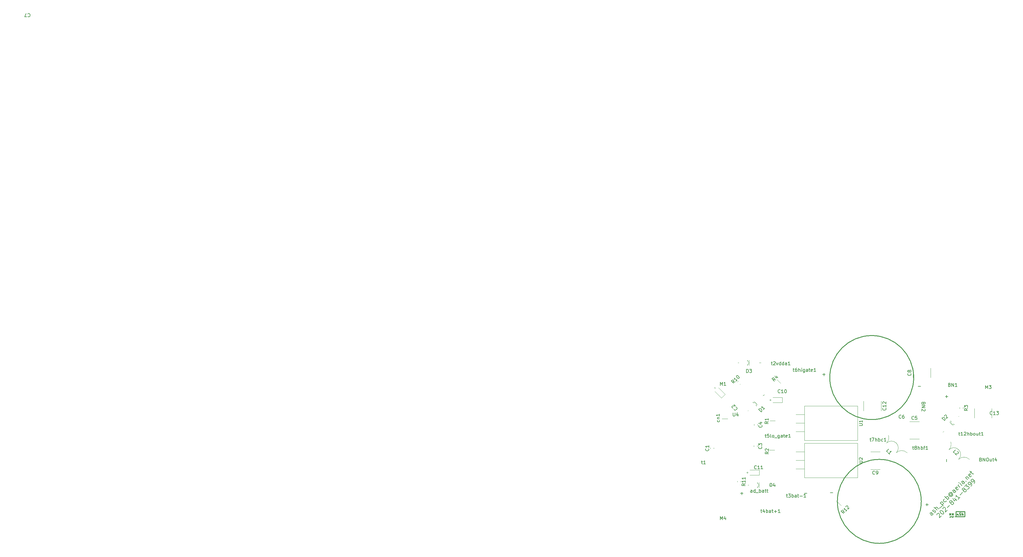
<source format=gto>
%TF.GenerationSoftware,KiCad,Pcbnew,6.0.4*%
%TF.CreationDate,2022-07-27T16:30:24-04:00*%
%TF.ProjectId,verter,76657274-6572-42e6-9b69-6361645f7063,rev?*%
%TF.SameCoordinates,Original*%
%TF.FileFunction,Legend,Top*%
%TF.FilePolarity,Positive*%
%FSLAX46Y46*%
G04 Gerber Fmt 4.6, Leading zero omitted, Abs format (unit mm)*
G04 Created by KiCad (PCBNEW 6.0.4) date 2022-07-27 16:30:24*
%MOMM*%
%LPD*%
G01*
G04 APERTURE LIST*
%ADD10C,0.150000*%
%ADD11C,0.127000*%
%ADD12C,0.120000*%
%ADD13C,0.220000*%
%ADD14C,0.254000*%
G04 APERTURE END LIST*
D10*
X113904761Y-141602380D02*
X113904761Y-141078571D01*
X113857142Y-140983333D01*
X113761904Y-140935714D01*
X113571428Y-140935714D01*
X113476190Y-140983333D01*
X113904761Y-141554761D02*
X113809523Y-141602380D01*
X113571428Y-141602380D01*
X113476190Y-141554761D01*
X113428571Y-141459523D01*
X113428571Y-141364285D01*
X113476190Y-141269047D01*
X113571428Y-141221428D01*
X113809523Y-141221428D01*
X113904761Y-141173809D01*
X114809523Y-141602380D02*
X114809523Y-140602380D01*
X114809523Y-141554761D02*
X114714285Y-141602380D01*
X114523809Y-141602380D01*
X114428571Y-141554761D01*
X114380952Y-141507142D01*
X114333333Y-141411904D01*
X114333333Y-141126190D01*
X114380952Y-141030952D01*
X114428571Y-140983333D01*
X114523809Y-140935714D01*
X114714285Y-140935714D01*
X114809523Y-140983333D01*
X115047619Y-141697619D02*
X115809523Y-141697619D01*
X116047619Y-141602380D02*
X116047619Y-140602380D01*
X116047619Y-140983333D02*
X116142857Y-140935714D01*
X116333333Y-140935714D01*
X116428571Y-140983333D01*
X116476190Y-141030952D01*
X116523809Y-141126190D01*
X116523809Y-141411904D01*
X116476190Y-141507142D01*
X116428571Y-141554761D01*
X116333333Y-141602380D01*
X116142857Y-141602380D01*
X116047619Y-141554761D01*
X117380952Y-141602380D02*
X117380952Y-141078571D01*
X117333333Y-140983333D01*
X117238095Y-140935714D01*
X117047619Y-140935714D01*
X116952380Y-140983333D01*
X117380952Y-141554761D02*
X117285714Y-141602380D01*
X117047619Y-141602380D01*
X116952380Y-141554761D01*
X116904761Y-141459523D01*
X116904761Y-141364285D01*
X116952380Y-141269047D01*
X117047619Y-141221428D01*
X117285714Y-141221428D01*
X117380952Y-141173809D01*
X117714285Y-140935714D02*
X118095238Y-140935714D01*
X117857142Y-140602380D02*
X117857142Y-141459523D01*
X117904761Y-141554761D01*
X118000000Y-141602380D01*
X118095238Y-141602380D01*
X118285714Y-140935714D02*
X118666666Y-140935714D01*
X118428571Y-140602380D02*
X118428571Y-141459523D01*
X118476190Y-141554761D01*
X118571428Y-141602380D01*
X118666666Y-141602380D01*
X167847786Y-148103931D02*
X167366280Y-147622425D01*
X167234960Y-147578652D01*
X167103640Y-147622425D01*
X166928547Y-147797518D01*
X166884774Y-147928838D01*
X167804013Y-148060158D02*
X167760240Y-148191478D01*
X167541373Y-148410344D01*
X167410053Y-148454117D01*
X167278733Y-148410344D01*
X167191187Y-148322798D01*
X167147414Y-148191478D01*
X167191187Y-148060158D01*
X167410053Y-147841292D01*
X167453827Y-147709972D01*
X168197972Y-147666198D02*
X168329292Y-147622425D01*
X168504385Y-147447332D01*
X168548159Y-147316012D01*
X168504385Y-147184692D01*
X168460612Y-147140919D01*
X168329292Y-147097146D01*
X168197972Y-147140919D01*
X168066652Y-147272239D01*
X167935333Y-147316012D01*
X167804013Y-147272239D01*
X167760240Y-147228466D01*
X167716466Y-147097146D01*
X167760240Y-146965826D01*
X167891559Y-146834506D01*
X168022879Y-146790733D01*
X169029665Y-146922053D02*
X168110426Y-146002814D01*
X169423624Y-146528093D02*
X168942118Y-146046587D01*
X168810798Y-146002814D01*
X168679478Y-146046587D01*
X168548159Y-146177907D01*
X168504385Y-146309227D01*
X168504385Y-146396773D01*
X169730037Y-146396773D02*
X170430409Y-145696401D01*
X169948903Y-144777162D02*
X170868142Y-145696401D01*
X169992677Y-144820935D02*
X170036450Y-144689616D01*
X170211543Y-144514522D01*
X170342863Y-144470749D01*
X170430409Y-144470749D01*
X170561729Y-144514522D01*
X170824369Y-144777162D01*
X170868142Y-144908482D01*
X170868142Y-144996029D01*
X170824369Y-145127348D01*
X170649276Y-145302441D01*
X170517956Y-145346215D01*
X171743608Y-144120563D02*
X171699834Y-144251883D01*
X171524741Y-144426976D01*
X171393422Y-144470749D01*
X171305875Y-144470749D01*
X171174555Y-144426976D01*
X170911915Y-144164336D01*
X170868142Y-144033016D01*
X170868142Y-143945470D01*
X170911915Y-143814150D01*
X171087009Y-143639057D01*
X171218328Y-143595284D01*
X172181340Y-143770377D02*
X171262102Y-142851138D01*
X171612288Y-143201324D02*
X171656061Y-143070004D01*
X171831154Y-142894911D01*
X171962474Y-142851138D01*
X172050021Y-142851138D01*
X172181340Y-142894911D01*
X172443980Y-143157551D01*
X172487753Y-143288871D01*
X172487753Y-143376417D01*
X172443980Y-143507737D01*
X172268887Y-143682830D01*
X172137567Y-143726603D01*
X173144353Y-141931899D02*
X173056806Y-141931899D01*
X172925486Y-141975672D01*
X172837940Y-142063219D01*
X172794166Y-142194539D01*
X172794166Y-142282085D01*
X172837940Y-142413405D01*
X172925486Y-142500952D01*
X173056806Y-142544725D01*
X173144353Y-142544725D01*
X173275672Y-142500952D01*
X173363219Y-142413405D01*
X173406992Y-142282085D01*
X173406992Y-142194539D01*
X173056806Y-141844353D02*
X173406992Y-142194539D01*
X173494539Y-142194539D01*
X173538312Y-142150766D01*
X173582085Y-142019446D01*
X173538312Y-141888126D01*
X173319446Y-141669259D01*
X173100579Y-141625486D01*
X172881713Y-141669259D01*
X172662847Y-141800579D01*
X172531527Y-142019446D01*
X172487753Y-142238312D01*
X172531527Y-142457178D01*
X172662847Y-142676045D01*
X172881713Y-142807365D01*
X173100579Y-142851138D01*
X173319446Y-142807365D01*
X173538312Y-142676045D01*
X173669632Y-142457178D01*
X173713405Y-142238312D01*
X174588871Y-141362847D02*
X174107365Y-140881340D01*
X173976045Y-140837567D01*
X173844725Y-140881340D01*
X173669632Y-141056434D01*
X173625859Y-141187753D01*
X174545097Y-141319073D02*
X174501324Y-141450393D01*
X174282458Y-141669259D01*
X174151138Y-141713033D01*
X174019818Y-141669259D01*
X173932272Y-141581713D01*
X173888498Y-141450393D01*
X173932272Y-141319073D01*
X174151138Y-141100207D01*
X174194911Y-140968887D01*
X175333016Y-140531154D02*
X175289243Y-140662474D01*
X175114150Y-140837567D01*
X174982830Y-140881340D01*
X174851510Y-140837567D01*
X174501324Y-140487381D01*
X174457551Y-140356061D01*
X174501324Y-140224741D01*
X174676417Y-140049648D01*
X174807737Y-140005875D01*
X174939057Y-140049648D01*
X175026603Y-140137195D01*
X174676417Y-140662474D01*
X175814522Y-140137195D02*
X175201697Y-139524369D01*
X175376790Y-139699462D02*
X175333016Y-139568142D01*
X175333016Y-139480596D01*
X175376790Y-139349276D01*
X175464336Y-139261729D01*
X176383575Y-139568142D02*
X175770749Y-138955316D01*
X175464336Y-138648903D02*
X175464336Y-138736450D01*
X175551883Y-138736450D01*
X175551883Y-138648903D01*
X175464336Y-138648903D01*
X175551883Y-138736450D01*
X177215267Y-138736450D02*
X176733761Y-138254944D01*
X176602441Y-138211171D01*
X176471122Y-138254944D01*
X176296029Y-138430037D01*
X176252255Y-138561357D01*
X177171494Y-138692677D02*
X177127721Y-138823996D01*
X176908854Y-139042863D01*
X176777535Y-139086636D01*
X176646215Y-139042863D01*
X176558668Y-138955316D01*
X176514895Y-138823996D01*
X176558668Y-138692677D01*
X176777535Y-138473810D01*
X176821308Y-138342490D01*
X177565454Y-138211171D02*
X177653000Y-138211171D01*
X177653000Y-138298717D01*
X177565454Y-138298717D01*
X177565454Y-138211171D01*
X177653000Y-138298717D01*
X177477907Y-137248159D02*
X178090733Y-137860984D01*
X177565454Y-137335705D02*
X177565454Y-137248159D01*
X177609227Y-137116839D01*
X177740547Y-136985519D01*
X177871866Y-136941746D01*
X178003186Y-136985519D01*
X178484692Y-137467025D01*
X179228838Y-136635333D02*
X179185065Y-136766652D01*
X179009972Y-136941746D01*
X178878652Y-136985519D01*
X178747332Y-136941746D01*
X178397146Y-136591559D01*
X178353373Y-136460240D01*
X178397146Y-136328920D01*
X178572239Y-136153827D01*
X178703559Y-136110053D01*
X178834879Y-136153827D01*
X178922425Y-136241373D01*
X178572239Y-136766652D01*
X178966198Y-135759867D02*
X179316385Y-135409681D01*
X178791105Y-135322134D02*
X179579024Y-136110053D01*
X179710344Y-136153827D01*
X179841664Y-136110053D01*
X179929211Y-136022507D01*
X168933801Y-148314480D02*
X168933801Y-148226934D01*
X168977574Y-148095614D01*
X169196440Y-147876747D01*
X169327760Y-147832974D01*
X169415307Y-147832974D01*
X169546626Y-147876747D01*
X169634173Y-147964294D01*
X169721720Y-148139387D01*
X169721720Y-149189946D01*
X170290772Y-148620893D01*
X169940586Y-147132602D02*
X170028133Y-147045055D01*
X170159452Y-147001282D01*
X170246999Y-147001282D01*
X170378319Y-147045055D01*
X170597185Y-147176375D01*
X170816051Y-147395241D01*
X170947371Y-147614108D01*
X170991145Y-147745428D01*
X170991145Y-147832974D01*
X170947371Y-147964294D01*
X170859825Y-148051840D01*
X170728505Y-148095614D01*
X170640958Y-148095614D01*
X170509639Y-148051840D01*
X170290772Y-147920521D01*
X170071906Y-147701654D01*
X169940586Y-147482788D01*
X169896813Y-147351468D01*
X169896813Y-147263922D01*
X169940586Y-147132602D01*
X170684732Y-146563549D02*
X170684732Y-146476003D01*
X170728505Y-146344683D01*
X170947371Y-146125816D01*
X171078691Y-146082043D01*
X171166238Y-146082043D01*
X171297558Y-146125816D01*
X171385104Y-146213363D01*
X171472651Y-146388456D01*
X171472651Y-147439015D01*
X172041703Y-146869962D01*
X172085477Y-146125816D02*
X172785849Y-145425444D01*
X173179808Y-144681298D02*
X173048489Y-144725071D01*
X172960942Y-144725071D01*
X172829622Y-144681298D01*
X172785849Y-144637525D01*
X172742076Y-144506205D01*
X172742076Y-144418659D01*
X172785849Y-144287339D01*
X172960942Y-144112246D01*
X173092262Y-144068472D01*
X173179808Y-144068472D01*
X173311128Y-144112246D01*
X173354902Y-144156019D01*
X173398675Y-144287339D01*
X173398675Y-144374885D01*
X173354902Y-144506205D01*
X173179808Y-144681298D01*
X173136035Y-144812618D01*
X173136035Y-144900165D01*
X173179808Y-145031484D01*
X173354902Y-145206577D01*
X173486221Y-145250351D01*
X173573768Y-145250351D01*
X173705088Y-145206577D01*
X173880181Y-145031484D01*
X173923954Y-144900165D01*
X173923954Y-144812618D01*
X173880181Y-144681298D01*
X173705088Y-144506205D01*
X173573768Y-144462432D01*
X173486221Y-144462432D01*
X173354902Y-144506205D01*
X174230367Y-143455646D02*
X174843193Y-144068472D01*
X173661314Y-143324327D02*
X174099047Y-144199792D01*
X174668100Y-143630740D01*
X175806205Y-143105460D02*
X175280926Y-143630740D01*
X175543565Y-143368100D02*
X174624327Y-142448861D01*
X174668100Y-142667727D01*
X174668100Y-142842821D01*
X174624327Y-142974140D01*
X175849978Y-142361314D02*
X176550351Y-141660942D01*
X176944310Y-140916796D02*
X176812990Y-140960570D01*
X176725444Y-140960570D01*
X176594124Y-140916796D01*
X176550351Y-140873023D01*
X176506577Y-140741703D01*
X176506577Y-140654157D01*
X176550351Y-140522837D01*
X176725444Y-140347744D01*
X176856764Y-140303970D01*
X176944310Y-140303970D01*
X177075630Y-140347744D01*
X177119403Y-140391517D01*
X177163177Y-140522837D01*
X177163177Y-140610383D01*
X177119403Y-140741703D01*
X176944310Y-140916796D01*
X176900537Y-141048116D01*
X176900537Y-141135663D01*
X176944310Y-141266983D01*
X177119403Y-141442076D01*
X177250723Y-141485849D01*
X177338270Y-141485849D01*
X177469590Y-141442076D01*
X177644683Y-141266983D01*
X177688456Y-141135663D01*
X177688456Y-141048116D01*
X177644683Y-140916796D01*
X177469590Y-140741703D01*
X177338270Y-140697930D01*
X177250723Y-140697930D01*
X177119403Y-140741703D01*
X177206950Y-139866238D02*
X177776003Y-139297185D01*
X177819776Y-139953784D01*
X177951096Y-139822464D01*
X178082415Y-139778691D01*
X178169962Y-139778691D01*
X178301282Y-139822464D01*
X178520148Y-140041331D01*
X178563922Y-140172651D01*
X178563922Y-140260197D01*
X178520148Y-140391517D01*
X178257509Y-140654157D01*
X178126189Y-140697930D01*
X178038642Y-140697930D01*
X179132974Y-139778691D02*
X179308067Y-139603598D01*
X179351840Y-139472278D01*
X179351840Y-139384732D01*
X179308067Y-139165865D01*
X179176747Y-138946999D01*
X178826561Y-138596813D01*
X178695241Y-138553039D01*
X178607695Y-138553039D01*
X178476375Y-138596813D01*
X178301282Y-138771906D01*
X178257509Y-138903226D01*
X178257509Y-138990772D01*
X178301282Y-139122092D01*
X178520148Y-139340958D01*
X178651468Y-139384732D01*
X178739015Y-139384732D01*
X178870334Y-139340958D01*
X179045428Y-139165865D01*
X179089201Y-139034545D01*
X179089201Y-138946999D01*
X179045428Y-138815679D01*
X180008440Y-138903226D02*
X180183533Y-138728133D01*
X180227306Y-138596813D01*
X180227306Y-138509266D01*
X180183533Y-138290400D01*
X180052213Y-138071533D01*
X179702027Y-137721347D01*
X179570707Y-137677574D01*
X179483160Y-137677574D01*
X179351840Y-137721347D01*
X179176747Y-137896440D01*
X179132974Y-138027760D01*
X179132974Y-138115307D01*
X179176747Y-138246626D01*
X179395614Y-138465493D01*
X179526934Y-138509266D01*
X179614480Y-138509266D01*
X179745800Y-138465493D01*
X179920893Y-138290400D01*
X179964666Y-138159080D01*
X179964666Y-138071533D01*
X179920893Y-137940214D01*
%TO.C,C11*%
X115207142Y-134557142D02*
X115159523Y-134604761D01*
X115016666Y-134652380D01*
X114921428Y-134652380D01*
X114778571Y-134604761D01*
X114683333Y-134509523D01*
X114635714Y-134414285D01*
X114588095Y-134223809D01*
X114588095Y-134080952D01*
X114635714Y-133890476D01*
X114683333Y-133795238D01*
X114778571Y-133700000D01*
X114921428Y-133652380D01*
X115016666Y-133652380D01*
X115159523Y-133700000D01*
X115207142Y-133747619D01*
X116159523Y-134652380D02*
X115588095Y-134652380D01*
X115873809Y-134652380D02*
X115873809Y-133652380D01*
X115778571Y-133795238D01*
X115683333Y-133890476D01*
X115588095Y-133938095D01*
X117111904Y-134652380D02*
X116540476Y-134652380D01*
X116826190Y-134652380D02*
X116826190Y-133652380D01*
X116730952Y-133795238D01*
X116635714Y-133890476D01*
X116540476Y-133938095D01*
%TO.C,M1*%
X104444476Y-109770380D02*
X104444476Y-108770380D01*
X104777809Y-109484666D01*
X105111142Y-108770380D01*
X105111142Y-109770380D01*
X106111142Y-109770380D02*
X105539714Y-109770380D01*
X105825428Y-109770380D02*
X105825428Y-108770380D01*
X105730190Y-108913238D01*
X105634952Y-109008476D01*
X105539714Y-109056095D01*
%TO.C,R12*%
X141550739Y-147531125D02*
X140978320Y-147430110D01*
X141146678Y-147935186D02*
X140439572Y-147228079D01*
X140708946Y-146958705D01*
X140809961Y-146925033D01*
X140877304Y-146925033D01*
X140978320Y-146958705D01*
X141079335Y-147059720D01*
X141113007Y-147160736D01*
X141113007Y-147228079D01*
X141079335Y-147329094D01*
X140809961Y-147598468D01*
X142224175Y-146857690D02*
X141820114Y-147261751D01*
X142022144Y-147059720D02*
X141315037Y-146352613D01*
X141348709Y-146520972D01*
X141348709Y-146655659D01*
X141315037Y-146756675D01*
X141853785Y-145948552D02*
X141853785Y-145881209D01*
X141887457Y-145780194D01*
X142055816Y-145611835D01*
X142156831Y-145578163D01*
X142224175Y-145578163D01*
X142325190Y-145611835D01*
X142392533Y-145679178D01*
X142459877Y-145813865D01*
X142459877Y-146621987D01*
X142897610Y-146184255D01*
%TO.C,BN2*%
X164971428Y-115171428D02*
X164923809Y-115314285D01*
X164876190Y-115361904D01*
X164780952Y-115409523D01*
X164638095Y-115409523D01*
X164542857Y-115361904D01*
X164495238Y-115314285D01*
X164447619Y-115219047D01*
X164447619Y-114838095D01*
X165447619Y-114838095D01*
X165447619Y-115171428D01*
X165400000Y-115266666D01*
X165352380Y-115314285D01*
X165257142Y-115361904D01*
X165161904Y-115361904D01*
X165066666Y-115314285D01*
X165019047Y-115266666D01*
X164971428Y-115171428D01*
X164971428Y-114838095D01*
X164447619Y-115838095D02*
X165447619Y-115838095D01*
X164447619Y-116409523D01*
X165447619Y-116409523D01*
X165352380Y-116838095D02*
X165400000Y-116885714D01*
X165447619Y-116980952D01*
X165447619Y-117219047D01*
X165400000Y-117314285D01*
X165352380Y-117361904D01*
X165257142Y-117409523D01*
X165161904Y-117409523D01*
X165019047Y-117361904D01*
X164447619Y-116790476D01*
X164447619Y-117409523D01*
X171828571Y-131719047D02*
X171828571Y-132480952D01*
X171828571Y-112719047D02*
X171828571Y-113480952D01*
X171447619Y-113100000D02*
X172209523Y-113100000D01*
%TO.C,t3bat-1*%
X124097619Y-142435714D02*
X124478571Y-142435714D01*
X124240476Y-142102380D02*
X124240476Y-142959523D01*
X124288095Y-143054761D01*
X124383333Y-143102380D01*
X124478571Y-143102380D01*
X124716666Y-142102380D02*
X125335714Y-142102380D01*
X125002380Y-142483333D01*
X125145238Y-142483333D01*
X125240476Y-142530952D01*
X125288095Y-142578571D01*
X125335714Y-142673809D01*
X125335714Y-142911904D01*
X125288095Y-143007142D01*
X125240476Y-143054761D01*
X125145238Y-143102380D01*
X124859523Y-143102380D01*
X124764285Y-143054761D01*
X124716666Y-143007142D01*
X125764285Y-143102380D02*
X125764285Y-142102380D01*
X125764285Y-142483333D02*
X125859523Y-142435714D01*
X126050000Y-142435714D01*
X126145238Y-142483333D01*
X126192857Y-142530952D01*
X126240476Y-142626190D01*
X126240476Y-142911904D01*
X126192857Y-143007142D01*
X126145238Y-143054761D01*
X126050000Y-143102380D01*
X125859523Y-143102380D01*
X125764285Y-143054761D01*
X127097619Y-143102380D02*
X127097619Y-142578571D01*
X127050000Y-142483333D01*
X126954761Y-142435714D01*
X126764285Y-142435714D01*
X126669047Y-142483333D01*
X127097619Y-143054761D02*
X127002380Y-143102380D01*
X126764285Y-143102380D01*
X126669047Y-143054761D01*
X126621428Y-142959523D01*
X126621428Y-142864285D01*
X126669047Y-142769047D01*
X126764285Y-142721428D01*
X127002380Y-142721428D01*
X127097619Y-142673809D01*
X127430952Y-142435714D02*
X127811904Y-142435714D01*
X127573809Y-142102380D02*
X127573809Y-142959523D01*
X127621428Y-143054761D01*
X127716666Y-143102380D01*
X127811904Y-143102380D01*
X128145238Y-142721428D02*
X128907142Y-142721428D01*
X129907142Y-143102380D02*
X129335714Y-143102380D01*
X129621428Y-143102380D02*
X129621428Y-142102380D01*
X129526190Y-142245238D01*
X129430952Y-142340476D01*
X129335714Y-142388095D01*
%TO.C,t12hbout1*%
X175435714Y-123985714D02*
X175816666Y-123985714D01*
X175578571Y-123652380D02*
X175578571Y-124509523D01*
X175626190Y-124604761D01*
X175721428Y-124652380D01*
X175816666Y-124652380D01*
X176673809Y-124652380D02*
X176102380Y-124652380D01*
X176388095Y-124652380D02*
X176388095Y-123652380D01*
X176292857Y-123795238D01*
X176197619Y-123890476D01*
X176102380Y-123938095D01*
X177054761Y-123747619D02*
X177102380Y-123700000D01*
X177197619Y-123652380D01*
X177435714Y-123652380D01*
X177530952Y-123700000D01*
X177578571Y-123747619D01*
X177626190Y-123842857D01*
X177626190Y-123938095D01*
X177578571Y-124080952D01*
X177007142Y-124652380D01*
X177626190Y-124652380D01*
X178054761Y-124652380D02*
X178054761Y-123652380D01*
X178483333Y-124652380D02*
X178483333Y-124128571D01*
X178435714Y-124033333D01*
X178340476Y-123985714D01*
X178197619Y-123985714D01*
X178102380Y-124033333D01*
X178054761Y-124080952D01*
X178959523Y-124652380D02*
X178959523Y-123652380D01*
X178959523Y-124033333D02*
X179054761Y-123985714D01*
X179245238Y-123985714D01*
X179340476Y-124033333D01*
X179388095Y-124080952D01*
X179435714Y-124176190D01*
X179435714Y-124461904D01*
X179388095Y-124557142D01*
X179340476Y-124604761D01*
X179245238Y-124652380D01*
X179054761Y-124652380D01*
X178959523Y-124604761D01*
X180007142Y-124652380D02*
X179911904Y-124604761D01*
X179864285Y-124557142D01*
X179816666Y-124461904D01*
X179816666Y-124176190D01*
X179864285Y-124080952D01*
X179911904Y-124033333D01*
X180007142Y-123985714D01*
X180150000Y-123985714D01*
X180245238Y-124033333D01*
X180292857Y-124080952D01*
X180340476Y-124176190D01*
X180340476Y-124461904D01*
X180292857Y-124557142D01*
X180245238Y-124604761D01*
X180150000Y-124652380D01*
X180007142Y-124652380D01*
X181197619Y-123985714D02*
X181197619Y-124652380D01*
X180769047Y-123985714D02*
X180769047Y-124509523D01*
X180816666Y-124604761D01*
X180911904Y-124652380D01*
X181054761Y-124652380D01*
X181150000Y-124604761D01*
X181197619Y-124557142D01*
X181530952Y-123985714D02*
X181911904Y-123985714D01*
X181673809Y-123652380D02*
X181673809Y-124509523D01*
X181721428Y-124604761D01*
X181816666Y-124652380D01*
X181911904Y-124652380D01*
X182769047Y-124652380D02*
X182197619Y-124652380D01*
X182483333Y-124652380D02*
X182483333Y-123652380D01*
X182388095Y-123795238D01*
X182292857Y-123890476D01*
X182197619Y-123938095D01*
%TO.C,t2vdda1*%
X119579047Y-103039714D02*
X119960000Y-103039714D01*
X119721904Y-102706380D02*
X119721904Y-103563523D01*
X119769523Y-103658761D01*
X119864761Y-103706380D01*
X119960000Y-103706380D01*
X120245714Y-102801619D02*
X120293333Y-102754000D01*
X120388571Y-102706380D01*
X120626666Y-102706380D01*
X120721904Y-102754000D01*
X120769523Y-102801619D01*
X120817142Y-102896857D01*
X120817142Y-102992095D01*
X120769523Y-103134952D01*
X120198095Y-103706380D01*
X120817142Y-103706380D01*
X121150476Y-103039714D02*
X121388571Y-103706380D01*
X121626666Y-103039714D01*
X122436190Y-103706380D02*
X122436190Y-102706380D01*
X122436190Y-103658761D02*
X122340952Y-103706380D01*
X122150476Y-103706380D01*
X122055238Y-103658761D01*
X122007619Y-103611142D01*
X121960000Y-103515904D01*
X121960000Y-103230190D01*
X122007619Y-103134952D01*
X122055238Y-103087333D01*
X122150476Y-103039714D01*
X122340952Y-103039714D01*
X122436190Y-103087333D01*
X123340952Y-103706380D02*
X123340952Y-102706380D01*
X123340952Y-103658761D02*
X123245714Y-103706380D01*
X123055238Y-103706380D01*
X122960000Y-103658761D01*
X122912380Y-103611142D01*
X122864761Y-103515904D01*
X122864761Y-103230190D01*
X122912380Y-103134952D01*
X122960000Y-103087333D01*
X123055238Y-103039714D01*
X123245714Y-103039714D01*
X123340952Y-103087333D01*
X124245714Y-103706380D02*
X124245714Y-103182571D01*
X124198095Y-103087333D01*
X124102857Y-103039714D01*
X123912380Y-103039714D01*
X123817142Y-103087333D01*
X124245714Y-103658761D02*
X124150476Y-103706380D01*
X123912380Y-103706380D01*
X123817142Y-103658761D01*
X123769523Y-103563523D01*
X123769523Y-103468285D01*
X123817142Y-103373047D01*
X123912380Y-103325428D01*
X124150476Y-103325428D01*
X124245714Y-103277809D01*
X125245714Y-103706380D02*
X124674285Y-103706380D01*
X124960000Y-103706380D02*
X124960000Y-102706380D01*
X124864761Y-102849238D01*
X124769523Y-102944476D01*
X124674285Y-102992095D01*
%TO.C,cn1*%
X104168761Y-120150476D02*
X104216380Y-120245714D01*
X104216380Y-120436190D01*
X104168761Y-120531428D01*
X104121142Y-120579047D01*
X104025904Y-120626666D01*
X103740190Y-120626666D01*
X103644952Y-120579047D01*
X103597333Y-120531428D01*
X103549714Y-120436190D01*
X103549714Y-120245714D01*
X103597333Y-120150476D01*
X103549714Y-119721904D02*
X104216380Y-119721904D01*
X103644952Y-119721904D02*
X103597333Y-119674285D01*
X103549714Y-119579047D01*
X103549714Y-119436190D01*
X103597333Y-119340952D01*
X103692571Y-119293333D01*
X104216380Y-119293333D01*
X104216380Y-118293333D02*
X104216380Y-118864761D01*
X104216380Y-118579047D02*
X103216380Y-118579047D01*
X103359238Y-118674285D01*
X103454476Y-118769523D01*
X103502095Y-118864761D01*
%TO.C,R1*%
X118732380Y-120544166D02*
X118256190Y-120877500D01*
X118732380Y-121115595D02*
X117732380Y-121115595D01*
X117732380Y-120734642D01*
X117780000Y-120639404D01*
X117827619Y-120591785D01*
X117922857Y-120544166D01*
X118065714Y-120544166D01*
X118160952Y-120591785D01*
X118208571Y-120639404D01*
X118256190Y-120734642D01*
X118256190Y-121115595D01*
X118732380Y-119591785D02*
X118732380Y-120163214D01*
X118732380Y-119877500D02*
X117732380Y-119877500D01*
X117875238Y-119972738D01*
X117970476Y-120067976D01*
X118018095Y-120163214D01*
%TO.C,D1*%
X116594020Y-117637844D02*
X115886913Y-116930738D01*
X116055272Y-116762379D01*
X116189959Y-116695035D01*
X116324646Y-116695035D01*
X116425661Y-116728707D01*
X116594020Y-116829722D01*
X116695035Y-116930738D01*
X116796051Y-117099096D01*
X116829722Y-117200112D01*
X116829722Y-117334799D01*
X116762379Y-117469486D01*
X116594020Y-117637844D01*
X117671516Y-116560348D02*
X117267455Y-116964409D01*
X117469486Y-116762379D02*
X116762379Y-116055272D01*
X116796051Y-116223631D01*
X116796051Y-116358318D01*
X116762379Y-116459333D01*
%TO.C,t1*%
X98793333Y-132499714D02*
X99174285Y-132499714D01*
X98936190Y-132166380D02*
X98936190Y-133023523D01*
X98983809Y-133118761D01*
X99079047Y-133166380D01*
X99174285Y-133166380D01*
X100031428Y-133166380D02*
X99460000Y-133166380D01*
X99745714Y-133166380D02*
X99745714Y-132166380D01*
X99650476Y-132309238D01*
X99555238Y-132404476D01*
X99460000Y-132452095D01*
%TO.C,t4bat+1*%
X116447619Y-146985714D02*
X116828571Y-146985714D01*
X116590476Y-146652380D02*
X116590476Y-147509523D01*
X116638095Y-147604761D01*
X116733333Y-147652380D01*
X116828571Y-147652380D01*
X117590476Y-146985714D02*
X117590476Y-147652380D01*
X117352380Y-146604761D02*
X117114285Y-147319047D01*
X117733333Y-147319047D01*
X118114285Y-147652380D02*
X118114285Y-146652380D01*
X118114285Y-147033333D02*
X118209523Y-146985714D01*
X118400000Y-146985714D01*
X118495238Y-147033333D01*
X118542857Y-147080952D01*
X118590476Y-147176190D01*
X118590476Y-147461904D01*
X118542857Y-147557142D01*
X118495238Y-147604761D01*
X118400000Y-147652380D01*
X118209523Y-147652380D01*
X118114285Y-147604761D01*
X119447619Y-147652380D02*
X119447619Y-147128571D01*
X119400000Y-147033333D01*
X119304761Y-146985714D01*
X119114285Y-146985714D01*
X119019047Y-147033333D01*
X119447619Y-147604761D02*
X119352380Y-147652380D01*
X119114285Y-147652380D01*
X119019047Y-147604761D01*
X118971428Y-147509523D01*
X118971428Y-147414285D01*
X119019047Y-147319047D01*
X119114285Y-147271428D01*
X119352380Y-147271428D01*
X119447619Y-147223809D01*
X119780952Y-146985714D02*
X120161904Y-146985714D01*
X119923809Y-146652380D02*
X119923809Y-147509523D01*
X119971428Y-147604761D01*
X120066666Y-147652380D01*
X120161904Y-147652380D01*
X120495238Y-147271428D02*
X121257142Y-147271428D01*
X120876190Y-147652380D02*
X120876190Y-146890476D01*
X122257142Y-147652380D02*
X121685714Y-147652380D01*
X121971428Y-147652380D02*
X121971428Y-146652380D01*
X121876190Y-146795238D01*
X121780952Y-146890476D01*
X121685714Y-146938095D01*
%TO.C,M3*%
X183444476Y-110770380D02*
X183444476Y-109770380D01*
X183777809Y-110484666D01*
X184111142Y-109770380D01*
X184111142Y-110770380D01*
X184492095Y-109770380D02*
X185111142Y-109770380D01*
X184777809Y-110151333D01*
X184920666Y-110151333D01*
X185015904Y-110198952D01*
X185063523Y-110246571D01*
X185111142Y-110341809D01*
X185111142Y-110579904D01*
X185063523Y-110675142D01*
X185015904Y-110722761D01*
X184920666Y-110770380D01*
X184634952Y-110770380D01*
X184539714Y-110722761D01*
X184492095Y-110675142D01*
%TO.C,C4*%
X116787142Y-121666666D02*
X116834761Y-121714285D01*
X116882380Y-121857142D01*
X116882380Y-121952380D01*
X116834761Y-122095238D01*
X116739523Y-122190476D01*
X116644285Y-122238095D01*
X116453809Y-122285714D01*
X116310952Y-122285714D01*
X116120476Y-122238095D01*
X116025238Y-122190476D01*
X115930000Y-122095238D01*
X115882380Y-121952380D01*
X115882380Y-121857142D01*
X115930000Y-121714285D01*
X115977619Y-121666666D01*
X116215714Y-120809523D02*
X116882380Y-120809523D01*
X115834761Y-121047619D02*
X116549047Y-121285714D01*
X116549047Y-120666666D01*
%TO.C,C5*%
X162083333Y-119857142D02*
X162035714Y-119904761D01*
X161892857Y-119952380D01*
X161797619Y-119952380D01*
X161654761Y-119904761D01*
X161559523Y-119809523D01*
X161511904Y-119714285D01*
X161464285Y-119523809D01*
X161464285Y-119380952D01*
X161511904Y-119190476D01*
X161559523Y-119095238D01*
X161654761Y-119000000D01*
X161797619Y-118952380D01*
X161892857Y-118952380D01*
X162035714Y-119000000D01*
X162083333Y-119047619D01*
X162988095Y-118952380D02*
X162511904Y-118952380D01*
X162464285Y-119428571D01*
X162511904Y-119380952D01*
X162607142Y-119333333D01*
X162845238Y-119333333D01*
X162940476Y-119380952D01*
X162988095Y-119428571D01*
X163035714Y-119523809D01*
X163035714Y-119761904D01*
X162988095Y-119857142D01*
X162940476Y-119904761D01*
X162845238Y-119952380D01*
X162607142Y-119952380D01*
X162511904Y-119904761D01*
X162464285Y-119857142D01*
%TO.C,L1*%
X154261871Y-129686631D02*
X153925153Y-129349913D01*
X154632260Y-128642807D01*
X154867962Y-130292723D02*
X154463901Y-129888662D01*
X154665932Y-130090692D02*
X155373039Y-129383585D01*
X155204680Y-129417257D01*
X155069993Y-129417257D01*
X154968978Y-129383585D01*
%TO.C,C3*%
X116737142Y-128016666D02*
X116784761Y-128064285D01*
X116832380Y-128207142D01*
X116832380Y-128302380D01*
X116784761Y-128445238D01*
X116689523Y-128540476D01*
X116594285Y-128588095D01*
X116403809Y-128635714D01*
X116260952Y-128635714D01*
X116070476Y-128588095D01*
X115975238Y-128540476D01*
X115880000Y-128445238D01*
X115832380Y-128302380D01*
X115832380Y-128207142D01*
X115880000Y-128064285D01*
X115927619Y-128016666D01*
X115832380Y-127683333D02*
X115832380Y-127064285D01*
X116213333Y-127397619D01*
X116213333Y-127254761D01*
X116260952Y-127159523D01*
X116308571Y-127111904D01*
X116403809Y-127064285D01*
X116641904Y-127064285D01*
X116737142Y-127111904D01*
X116784761Y-127159523D01*
X116832380Y-127254761D01*
X116832380Y-127540476D01*
X116784761Y-127635714D01*
X116737142Y-127683333D01*
%TO.C,BN3*%
X110469047Y-141921428D02*
X111230952Y-141921428D01*
X110850000Y-142302380D02*
X110850000Y-141540476D01*
X129469047Y-141921428D02*
X130230952Y-141921428D01*
%TO.C,U2*%
X145802380Y-132861904D02*
X146611904Y-132861904D01*
X146707142Y-132814285D01*
X146754761Y-132766666D01*
X146802380Y-132671428D01*
X146802380Y-132480952D01*
X146754761Y-132385714D01*
X146707142Y-132338095D01*
X146611904Y-132290476D01*
X145802380Y-132290476D01*
X145897619Y-131861904D02*
X145850000Y-131814285D01*
X145802380Y-131719047D01*
X145802380Y-131480952D01*
X145850000Y-131385714D01*
X145897619Y-131338095D01*
X145992857Y-131290476D01*
X146088095Y-131290476D01*
X146230952Y-131338095D01*
X146802380Y-131909523D01*
X146802380Y-131290476D01*
%TO.C,C6*%
X158273333Y-119491142D02*
X158225714Y-119538761D01*
X158082857Y-119586380D01*
X157987619Y-119586380D01*
X157844761Y-119538761D01*
X157749523Y-119443523D01*
X157701904Y-119348285D01*
X157654285Y-119157809D01*
X157654285Y-119014952D01*
X157701904Y-118824476D01*
X157749523Y-118729238D01*
X157844761Y-118634000D01*
X157987619Y-118586380D01*
X158082857Y-118586380D01*
X158225714Y-118634000D01*
X158273333Y-118681619D01*
X159130476Y-118586380D02*
X158940000Y-118586380D01*
X158844761Y-118634000D01*
X158797142Y-118681619D01*
X158701904Y-118824476D01*
X158654285Y-119014952D01*
X158654285Y-119395904D01*
X158701904Y-119491142D01*
X158749523Y-119538761D01*
X158844761Y-119586380D01*
X159035238Y-119586380D01*
X159130476Y-119538761D01*
X159178095Y-119491142D01*
X159225714Y-119395904D01*
X159225714Y-119157809D01*
X159178095Y-119062571D01*
X159130476Y-119014952D01*
X159035238Y-118967333D01*
X158844761Y-118967333D01*
X158749523Y-119014952D01*
X158701904Y-119062571D01*
X158654285Y-119157809D01*
X134945047Y-106505428D02*
X135706952Y-106505428D01*
X135326000Y-106886380D02*
X135326000Y-106124476D01*
X163393047Y-110061428D02*
X164154952Y-110061428D01*
%TO.C,R3*%
X178132380Y-116666666D02*
X177656190Y-117000000D01*
X178132380Y-117238095D02*
X177132380Y-117238095D01*
X177132380Y-116857142D01*
X177180000Y-116761904D01*
X177227619Y-116714285D01*
X177322857Y-116666666D01*
X177465714Y-116666666D01*
X177560952Y-116714285D01*
X177608571Y-116761904D01*
X177656190Y-116857142D01*
X177656190Y-117238095D01*
X177132380Y-116333333D02*
X177132380Y-115714285D01*
X177513333Y-116047619D01*
X177513333Y-115904761D01*
X177560952Y-115809523D01*
X177608571Y-115761904D01*
X177703809Y-115714285D01*
X177941904Y-115714285D01*
X178037142Y-115761904D01*
X178084761Y-115809523D01*
X178132380Y-115904761D01*
X178132380Y-116190476D01*
X178084761Y-116285714D01*
X178037142Y-116333333D01*
%TO.C,t6higate1*%
X126087619Y-104995714D02*
X126468571Y-104995714D01*
X126230476Y-104662380D02*
X126230476Y-105519523D01*
X126278095Y-105614761D01*
X126373333Y-105662380D01*
X126468571Y-105662380D01*
X127230476Y-104662380D02*
X127040000Y-104662380D01*
X126944761Y-104710000D01*
X126897142Y-104757619D01*
X126801904Y-104900476D01*
X126754285Y-105090952D01*
X126754285Y-105471904D01*
X126801904Y-105567142D01*
X126849523Y-105614761D01*
X126944761Y-105662380D01*
X127135238Y-105662380D01*
X127230476Y-105614761D01*
X127278095Y-105567142D01*
X127325714Y-105471904D01*
X127325714Y-105233809D01*
X127278095Y-105138571D01*
X127230476Y-105090952D01*
X127135238Y-105043333D01*
X126944761Y-105043333D01*
X126849523Y-105090952D01*
X126801904Y-105138571D01*
X126754285Y-105233809D01*
X127754285Y-105662380D02*
X127754285Y-104662380D01*
X128182857Y-105662380D02*
X128182857Y-105138571D01*
X128135238Y-105043333D01*
X128040000Y-104995714D01*
X127897142Y-104995714D01*
X127801904Y-105043333D01*
X127754285Y-105090952D01*
X128659047Y-105662380D02*
X128659047Y-104995714D01*
X128659047Y-104662380D02*
X128611428Y-104710000D01*
X128659047Y-104757619D01*
X128706666Y-104710000D01*
X128659047Y-104662380D01*
X128659047Y-104757619D01*
X129563809Y-104995714D02*
X129563809Y-105805238D01*
X129516190Y-105900476D01*
X129468571Y-105948095D01*
X129373333Y-105995714D01*
X129230476Y-105995714D01*
X129135238Y-105948095D01*
X129563809Y-105614761D02*
X129468571Y-105662380D01*
X129278095Y-105662380D01*
X129182857Y-105614761D01*
X129135238Y-105567142D01*
X129087619Y-105471904D01*
X129087619Y-105186190D01*
X129135238Y-105090952D01*
X129182857Y-105043333D01*
X129278095Y-104995714D01*
X129468571Y-104995714D01*
X129563809Y-105043333D01*
X130468571Y-105662380D02*
X130468571Y-105138571D01*
X130420952Y-105043333D01*
X130325714Y-104995714D01*
X130135238Y-104995714D01*
X130040000Y-105043333D01*
X130468571Y-105614761D02*
X130373333Y-105662380D01*
X130135238Y-105662380D01*
X130040000Y-105614761D01*
X129992380Y-105519523D01*
X129992380Y-105424285D01*
X130040000Y-105329047D01*
X130135238Y-105281428D01*
X130373333Y-105281428D01*
X130468571Y-105233809D01*
X130801904Y-104995714D02*
X131182857Y-104995714D01*
X130944761Y-104662380D02*
X130944761Y-105519523D01*
X130992380Y-105614761D01*
X131087619Y-105662380D01*
X131182857Y-105662380D01*
X131897142Y-105614761D02*
X131801904Y-105662380D01*
X131611428Y-105662380D01*
X131516190Y-105614761D01*
X131468571Y-105519523D01*
X131468571Y-105138571D01*
X131516190Y-105043333D01*
X131611428Y-104995714D01*
X131801904Y-104995714D01*
X131897142Y-105043333D01*
X131944761Y-105138571D01*
X131944761Y-105233809D01*
X131468571Y-105329047D01*
X132897142Y-105662380D02*
X132325714Y-105662380D01*
X132611428Y-105662380D02*
X132611428Y-104662380D01*
X132516190Y-104805238D01*
X132420952Y-104900476D01*
X132325714Y-104948095D01*
%TO.C,U4*%
X108238095Y-117929380D02*
X108238095Y-118738904D01*
X108285714Y-118834142D01*
X108333333Y-118881761D01*
X108428571Y-118929380D01*
X108619047Y-118929380D01*
X108714285Y-118881761D01*
X108761904Y-118834142D01*
X108809523Y-118738904D01*
X108809523Y-117929380D01*
X109714285Y-118262714D02*
X109714285Y-118929380D01*
X109476190Y-117881761D02*
X109238095Y-118596047D01*
X109857142Y-118596047D01*
%TO.C,R2*%
X118832380Y-129566666D02*
X118356190Y-129900000D01*
X118832380Y-130138095D02*
X117832380Y-130138095D01*
X117832380Y-129757142D01*
X117880000Y-129661904D01*
X117927619Y-129614285D01*
X118022857Y-129566666D01*
X118165714Y-129566666D01*
X118260952Y-129614285D01*
X118308571Y-129661904D01*
X118356190Y-129757142D01*
X118356190Y-130138095D01*
X117927619Y-129185714D02*
X117880000Y-129138095D01*
X117832380Y-129042857D01*
X117832380Y-128804761D01*
X117880000Y-128709523D01*
X117927619Y-128661904D01*
X118022857Y-128614285D01*
X118118095Y-128614285D01*
X118260952Y-128661904D01*
X118832380Y-129233333D01*
X118832380Y-128614285D01*
%TO.C,t5lo_gate1*%
X117742857Y-124585714D02*
X118123809Y-124585714D01*
X117885714Y-124252380D02*
X117885714Y-125109523D01*
X117933333Y-125204761D01*
X118028571Y-125252380D01*
X118123809Y-125252380D01*
X118933333Y-124252380D02*
X118457142Y-124252380D01*
X118409523Y-124728571D01*
X118457142Y-124680952D01*
X118552380Y-124633333D01*
X118790476Y-124633333D01*
X118885714Y-124680952D01*
X118933333Y-124728571D01*
X118980952Y-124823809D01*
X118980952Y-125061904D01*
X118933333Y-125157142D01*
X118885714Y-125204761D01*
X118790476Y-125252380D01*
X118552380Y-125252380D01*
X118457142Y-125204761D01*
X118409523Y-125157142D01*
X119552380Y-125252380D02*
X119457142Y-125204761D01*
X119409523Y-125109523D01*
X119409523Y-124252380D01*
X120076190Y-125252380D02*
X119980952Y-125204761D01*
X119933333Y-125157142D01*
X119885714Y-125061904D01*
X119885714Y-124776190D01*
X119933333Y-124680952D01*
X119980952Y-124633333D01*
X120076190Y-124585714D01*
X120219047Y-124585714D01*
X120314285Y-124633333D01*
X120361904Y-124680952D01*
X120409523Y-124776190D01*
X120409523Y-125061904D01*
X120361904Y-125157142D01*
X120314285Y-125204761D01*
X120219047Y-125252380D01*
X120076190Y-125252380D01*
X120600000Y-125347619D02*
X121361904Y-125347619D01*
X122028571Y-124585714D02*
X122028571Y-125395238D01*
X121980952Y-125490476D01*
X121933333Y-125538095D01*
X121838095Y-125585714D01*
X121695238Y-125585714D01*
X121600000Y-125538095D01*
X122028571Y-125204761D02*
X121933333Y-125252380D01*
X121742857Y-125252380D01*
X121647619Y-125204761D01*
X121600000Y-125157142D01*
X121552380Y-125061904D01*
X121552380Y-124776190D01*
X121600000Y-124680952D01*
X121647619Y-124633333D01*
X121742857Y-124585714D01*
X121933333Y-124585714D01*
X122028571Y-124633333D01*
X122933333Y-125252380D02*
X122933333Y-124728571D01*
X122885714Y-124633333D01*
X122790476Y-124585714D01*
X122600000Y-124585714D01*
X122504761Y-124633333D01*
X122933333Y-125204761D02*
X122838095Y-125252380D01*
X122600000Y-125252380D01*
X122504761Y-125204761D01*
X122457142Y-125109523D01*
X122457142Y-125014285D01*
X122504761Y-124919047D01*
X122600000Y-124871428D01*
X122838095Y-124871428D01*
X122933333Y-124823809D01*
X123266666Y-124585714D02*
X123647619Y-124585714D01*
X123409523Y-124252380D02*
X123409523Y-125109523D01*
X123457142Y-125204761D01*
X123552380Y-125252380D01*
X123647619Y-125252380D01*
X124361904Y-125204761D02*
X124266666Y-125252380D01*
X124076190Y-125252380D01*
X123980952Y-125204761D01*
X123933333Y-125109523D01*
X123933333Y-124728571D01*
X123980952Y-124633333D01*
X124076190Y-124585714D01*
X124266666Y-124585714D01*
X124361904Y-124633333D01*
X124409523Y-124728571D01*
X124409523Y-124823809D01*
X123933333Y-124919047D01*
X125361904Y-125252380D02*
X124790476Y-125252380D01*
X125076190Y-125252380D02*
X125076190Y-124252380D01*
X124980952Y-124395238D01*
X124885714Y-124490476D01*
X124790476Y-124538095D01*
%TO.C,t8hbf1*%
X161676666Y-128185714D02*
X162057619Y-128185714D01*
X161819523Y-127852380D02*
X161819523Y-128709523D01*
X161867142Y-128804761D01*
X161962380Y-128852380D01*
X162057619Y-128852380D01*
X162533809Y-128280952D02*
X162438571Y-128233333D01*
X162390952Y-128185714D01*
X162343333Y-128090476D01*
X162343333Y-128042857D01*
X162390952Y-127947619D01*
X162438571Y-127900000D01*
X162533809Y-127852380D01*
X162724285Y-127852380D01*
X162819523Y-127900000D01*
X162867142Y-127947619D01*
X162914761Y-128042857D01*
X162914761Y-128090476D01*
X162867142Y-128185714D01*
X162819523Y-128233333D01*
X162724285Y-128280952D01*
X162533809Y-128280952D01*
X162438571Y-128328571D01*
X162390952Y-128376190D01*
X162343333Y-128471428D01*
X162343333Y-128661904D01*
X162390952Y-128757142D01*
X162438571Y-128804761D01*
X162533809Y-128852380D01*
X162724285Y-128852380D01*
X162819523Y-128804761D01*
X162867142Y-128757142D01*
X162914761Y-128661904D01*
X162914761Y-128471428D01*
X162867142Y-128376190D01*
X162819523Y-128328571D01*
X162724285Y-128280952D01*
X163343333Y-128852380D02*
X163343333Y-127852380D01*
X163771904Y-128852380D02*
X163771904Y-128328571D01*
X163724285Y-128233333D01*
X163629047Y-128185714D01*
X163486190Y-128185714D01*
X163390952Y-128233333D01*
X163343333Y-128280952D01*
X164248095Y-128852380D02*
X164248095Y-127852380D01*
X164248095Y-128233333D02*
X164343333Y-128185714D01*
X164533809Y-128185714D01*
X164629047Y-128233333D01*
X164676666Y-128280952D01*
X164724285Y-128376190D01*
X164724285Y-128661904D01*
X164676666Y-128757142D01*
X164629047Y-128804761D01*
X164533809Y-128852380D01*
X164343333Y-128852380D01*
X164248095Y-128804761D01*
X165010000Y-128185714D02*
X165390952Y-128185714D01*
X165152857Y-128852380D02*
X165152857Y-127995238D01*
X165200476Y-127900000D01*
X165295714Y-127852380D01*
X165390952Y-127852380D01*
X166248095Y-128852380D02*
X165676666Y-128852380D01*
X165962380Y-128852380D02*
X165962380Y-127852380D01*
X165867142Y-127995238D01*
X165771904Y-128090476D01*
X165676666Y-128138095D01*
%TO.C,C10*%
X122257142Y-111917142D02*
X122209523Y-111964761D01*
X122066666Y-112012380D01*
X121971428Y-112012380D01*
X121828571Y-111964761D01*
X121733333Y-111869523D01*
X121685714Y-111774285D01*
X121638095Y-111583809D01*
X121638095Y-111440952D01*
X121685714Y-111250476D01*
X121733333Y-111155238D01*
X121828571Y-111060000D01*
X121971428Y-111012380D01*
X122066666Y-111012380D01*
X122209523Y-111060000D01*
X122257142Y-111107619D01*
X123209523Y-112012380D02*
X122638095Y-112012380D01*
X122923809Y-112012380D02*
X122923809Y-111012380D01*
X122828571Y-111155238D01*
X122733333Y-111250476D01*
X122638095Y-111298095D01*
X123828571Y-111012380D02*
X123923809Y-111012380D01*
X124019047Y-111060000D01*
X124066666Y-111107619D01*
X124114285Y-111202857D01*
X124161904Y-111393333D01*
X124161904Y-111631428D01*
X124114285Y-111821904D01*
X124066666Y-111917142D01*
X124019047Y-111964761D01*
X123923809Y-112012380D01*
X123828571Y-112012380D01*
X123733333Y-111964761D01*
X123685714Y-111917142D01*
X123638095Y-111821904D01*
X123590476Y-111631428D01*
X123590476Y-111393333D01*
X123638095Y-111202857D01*
X123685714Y-111107619D01*
X123733333Y-111060000D01*
X123828571Y-111012380D01*
%TO.C,U1*%
X145802380Y-121761904D02*
X146611904Y-121761904D01*
X146707142Y-121714285D01*
X146754761Y-121666666D01*
X146802380Y-121571428D01*
X146802380Y-121380952D01*
X146754761Y-121285714D01*
X146707142Y-121238095D01*
X146611904Y-121190476D01*
X145802380Y-121190476D01*
X146802380Y-120190476D02*
X146802380Y-120761904D01*
X146802380Y-120476190D02*
X145802380Y-120476190D01*
X145945238Y-120571428D01*
X146040476Y-120666666D01*
X146088095Y-120761904D01*
%TO.C,C12*%
X153707142Y-116530357D02*
X153754761Y-116577976D01*
X153802380Y-116720833D01*
X153802380Y-116816071D01*
X153754761Y-116958928D01*
X153659523Y-117054166D01*
X153564285Y-117101785D01*
X153373809Y-117149404D01*
X153230952Y-117149404D01*
X153040476Y-117101785D01*
X152945238Y-117054166D01*
X152850000Y-116958928D01*
X152802380Y-116816071D01*
X152802380Y-116720833D01*
X152850000Y-116577976D01*
X152897619Y-116530357D01*
X153802380Y-115577976D02*
X153802380Y-116149404D01*
X153802380Y-115863690D02*
X152802380Y-115863690D01*
X152945238Y-115958928D01*
X153040476Y-116054166D01*
X153088095Y-116149404D01*
X152897619Y-115197023D02*
X152850000Y-115149404D01*
X152802380Y-115054166D01*
X152802380Y-114816071D01*
X152850000Y-114720833D01*
X152897619Y-114673214D01*
X152992857Y-114625595D01*
X153088095Y-114625595D01*
X153230952Y-114673214D01*
X153802380Y-115244642D01*
X153802380Y-114625595D01*
D11*
%TO.C,*%
D10*
%TO.C,R11*%
X111882380Y-139042857D02*
X111406190Y-139376190D01*
X111882380Y-139614285D02*
X110882380Y-139614285D01*
X110882380Y-139233333D01*
X110930000Y-139138095D01*
X110977619Y-139090476D01*
X111072857Y-139042857D01*
X111215714Y-139042857D01*
X111310952Y-139090476D01*
X111358571Y-139138095D01*
X111406190Y-139233333D01*
X111406190Y-139614285D01*
X111882380Y-138090476D02*
X111882380Y-138661904D01*
X111882380Y-138376190D02*
X110882380Y-138376190D01*
X111025238Y-138471428D01*
X111120476Y-138566666D01*
X111168095Y-138661904D01*
X111882380Y-137138095D02*
X111882380Y-137709523D01*
X111882380Y-137423809D02*
X110882380Y-137423809D01*
X111025238Y-137519047D01*
X111120476Y-137614285D01*
X111168095Y-137709523D01*
%TO.C,D3*%
X112261904Y-105992380D02*
X112261904Y-104992380D01*
X112500000Y-104992380D01*
X112642857Y-105040000D01*
X112738095Y-105135238D01*
X112785714Y-105230476D01*
X112833333Y-105420952D01*
X112833333Y-105563809D01*
X112785714Y-105754285D01*
X112738095Y-105849523D01*
X112642857Y-105944761D01*
X112500000Y-105992380D01*
X112261904Y-105992380D01*
X113166666Y-104992380D02*
X113785714Y-104992380D01*
X113452380Y-105373333D01*
X113595238Y-105373333D01*
X113690476Y-105420952D01*
X113738095Y-105468571D01*
X113785714Y-105563809D01*
X113785714Y-105801904D01*
X113738095Y-105897142D01*
X113690476Y-105944761D01*
X113595238Y-105992380D01*
X113309523Y-105992380D01*
X113214285Y-105944761D01*
X113166666Y-105897142D01*
%TO.C,L2*%
X174162267Y-129952030D02*
X173825549Y-129615312D01*
X174532656Y-128908206D01*
X175004061Y-129514297D02*
X175071404Y-129514297D01*
X175172419Y-129547969D01*
X175340778Y-129716328D01*
X175374450Y-129817343D01*
X175374450Y-129884687D01*
X175340778Y-129985702D01*
X175273435Y-130053045D01*
X175138748Y-130120389D01*
X174330625Y-130120389D01*
X174768358Y-130558122D01*
%TO.C,C2*%
X109080207Y-116225130D02*
X109147550Y-116225130D01*
X109282237Y-116292474D01*
X109349581Y-116359818D01*
X109416924Y-116494505D01*
X109416924Y-116629192D01*
X109383253Y-116730207D01*
X109282237Y-116898566D01*
X109181222Y-116999581D01*
X109012863Y-117100596D01*
X108911848Y-117134268D01*
X108777161Y-117134268D01*
X108642474Y-117066924D01*
X108575130Y-116999581D01*
X108507787Y-116864894D01*
X108507787Y-116797550D01*
X108238413Y-116528176D02*
X108171069Y-116528176D01*
X108070054Y-116494505D01*
X107901695Y-116326146D01*
X107868024Y-116225130D01*
X107868024Y-116157787D01*
X107901695Y-116056772D01*
X107969039Y-115989428D01*
X108103726Y-115922085D01*
X108911848Y-115922085D01*
X108474115Y-115484352D01*
%TO.C,C13*%
X185407142Y-118407142D02*
X185359523Y-118454761D01*
X185216666Y-118502380D01*
X185121428Y-118502380D01*
X184978571Y-118454761D01*
X184883333Y-118359523D01*
X184835714Y-118264285D01*
X184788095Y-118073809D01*
X184788095Y-117930952D01*
X184835714Y-117740476D01*
X184883333Y-117645238D01*
X184978571Y-117550000D01*
X185121428Y-117502380D01*
X185216666Y-117502380D01*
X185359523Y-117550000D01*
X185407142Y-117597619D01*
X186359523Y-118502380D02*
X185788095Y-118502380D01*
X186073809Y-118502380D02*
X186073809Y-117502380D01*
X185978571Y-117645238D01*
X185883333Y-117740476D01*
X185788095Y-117788095D01*
X186692857Y-117502380D02*
X187311904Y-117502380D01*
X186978571Y-117883333D01*
X187121428Y-117883333D01*
X187216666Y-117930952D01*
X187264285Y-117978571D01*
X187311904Y-118073809D01*
X187311904Y-118311904D01*
X187264285Y-118407142D01*
X187216666Y-118454761D01*
X187121428Y-118502380D01*
X186835714Y-118502380D01*
X186740476Y-118454761D01*
X186692857Y-118407142D01*
%TO.C,R10*%
X108854149Y-108763287D02*
X108281730Y-108662272D01*
X108450088Y-109167348D02*
X107742982Y-108460241D01*
X108012356Y-108190867D01*
X108113371Y-108157195D01*
X108180714Y-108157195D01*
X108281730Y-108190867D01*
X108382745Y-108291882D01*
X108416417Y-108392898D01*
X108416417Y-108460241D01*
X108382745Y-108561256D01*
X108113371Y-108830630D01*
X109527585Y-108089852D02*
X109123524Y-108493913D01*
X109325554Y-108291882D02*
X108618447Y-107584775D01*
X108652119Y-107753134D01*
X108652119Y-107887821D01*
X108618447Y-107988837D01*
X109258211Y-106945012D02*
X109325554Y-106877669D01*
X109426569Y-106843997D01*
X109493913Y-106843997D01*
X109594928Y-106877669D01*
X109763287Y-106978684D01*
X109931646Y-107147043D01*
X110032661Y-107315401D01*
X110066333Y-107416417D01*
X110066333Y-107483760D01*
X110032661Y-107584775D01*
X109965317Y-107652119D01*
X109864302Y-107685791D01*
X109796959Y-107685791D01*
X109695943Y-107652119D01*
X109527585Y-107551104D01*
X109359226Y-107382745D01*
X109258211Y-107214386D01*
X109224539Y-107113371D01*
X109224539Y-107046027D01*
X109258211Y-106945012D01*
%TO.C,R4*%
X120952029Y-108087732D02*
X120379609Y-107986717D01*
X120547968Y-108491793D02*
X119840861Y-107784687D01*
X120110235Y-107515312D01*
X120211250Y-107481641D01*
X120278594Y-107481641D01*
X120379609Y-107515312D01*
X120480624Y-107616328D01*
X120514296Y-107717343D01*
X120514296Y-107784687D01*
X120480624Y-107885702D01*
X120211250Y-108155076D01*
X121086716Y-107010236D02*
X121558121Y-107481641D01*
X120648983Y-106909221D02*
X120985701Y-107582656D01*
X121423434Y-107144923D01*
%TO.C,C9*%
X150433333Y-136157142D02*
X150385714Y-136204761D01*
X150242857Y-136252380D01*
X150147619Y-136252380D01*
X150004761Y-136204761D01*
X149909523Y-136109523D01*
X149861904Y-136014285D01*
X149814285Y-135823809D01*
X149814285Y-135680952D01*
X149861904Y-135490476D01*
X149909523Y-135395238D01*
X150004761Y-135300000D01*
X150147619Y-135252380D01*
X150242857Y-135252380D01*
X150385714Y-135300000D01*
X150433333Y-135347619D01*
X150909523Y-136252380D02*
X151100000Y-136252380D01*
X151195238Y-136204761D01*
X151242857Y-136157142D01*
X151338095Y-136014285D01*
X151385714Y-135823809D01*
X151385714Y-135442857D01*
X151338095Y-135347619D01*
X151290476Y-135300000D01*
X151195238Y-135252380D01*
X151004761Y-135252380D01*
X150909523Y-135300000D01*
X150861904Y-135347619D01*
X150814285Y-135442857D01*
X150814285Y-135680952D01*
X150861904Y-135776190D01*
X150909523Y-135823809D01*
X151004761Y-135871428D01*
X151195238Y-135871428D01*
X151290476Y-135823809D01*
X151338095Y-135776190D01*
X151385714Y-135680952D01*
%TO.C,t7hbc1*%
X148973809Y-125735714D02*
X149354761Y-125735714D01*
X149116666Y-125402380D02*
X149116666Y-126259523D01*
X149164285Y-126354761D01*
X149259523Y-126402380D01*
X149354761Y-126402380D01*
X149592857Y-125402380D02*
X150259523Y-125402380D01*
X149830952Y-126402380D01*
X150640476Y-126402380D02*
X150640476Y-125402380D01*
X151069047Y-126402380D02*
X151069047Y-125878571D01*
X151021428Y-125783333D01*
X150926190Y-125735714D01*
X150783333Y-125735714D01*
X150688095Y-125783333D01*
X150640476Y-125830952D01*
X151545238Y-126402380D02*
X151545238Y-125402380D01*
X151545238Y-125783333D02*
X151640476Y-125735714D01*
X151830952Y-125735714D01*
X151926190Y-125783333D01*
X151973809Y-125830952D01*
X152021428Y-125926190D01*
X152021428Y-126211904D01*
X151973809Y-126307142D01*
X151926190Y-126354761D01*
X151830952Y-126402380D01*
X151640476Y-126402380D01*
X151545238Y-126354761D01*
X152878571Y-126354761D02*
X152783333Y-126402380D01*
X152592857Y-126402380D01*
X152497619Y-126354761D01*
X152450000Y-126307142D01*
X152402380Y-126211904D01*
X152402380Y-125926190D01*
X152450000Y-125830952D01*
X152497619Y-125783333D01*
X152592857Y-125735714D01*
X152783333Y-125735714D01*
X152878571Y-125783333D01*
X153830952Y-126402380D02*
X153259523Y-126402380D01*
X153545238Y-126402380D02*
X153545238Y-125402380D01*
X153450000Y-125545238D01*
X153354761Y-125640476D01*
X153259523Y-125688095D01*
%TO.C,BN1*%
X172721428Y-109578571D02*
X172864285Y-109626190D01*
X172911904Y-109673809D01*
X172959523Y-109769047D01*
X172959523Y-109911904D01*
X172911904Y-110007142D01*
X172864285Y-110054761D01*
X172769047Y-110102380D01*
X172388095Y-110102380D01*
X172388095Y-109102380D01*
X172721428Y-109102380D01*
X172816666Y-109150000D01*
X172864285Y-109197619D01*
X172911904Y-109292857D01*
X172911904Y-109388095D01*
X172864285Y-109483333D01*
X172816666Y-109530952D01*
X172721428Y-109578571D01*
X172388095Y-109578571D01*
X173388095Y-110102380D02*
X173388095Y-109102380D01*
X173959523Y-110102380D01*
X173959523Y-109102380D01*
X174959523Y-110102380D02*
X174388095Y-110102380D01*
X174673809Y-110102380D02*
X174673809Y-109102380D01*
X174578571Y-109245238D01*
X174483333Y-109340476D01*
X174388095Y-109388095D01*
%TO.C,C1*%
X100927142Y-128626666D02*
X100974761Y-128674285D01*
X101022380Y-128817142D01*
X101022380Y-128912380D01*
X100974761Y-129055238D01*
X100879523Y-129150476D01*
X100784285Y-129198095D01*
X100593809Y-129245714D01*
X100450952Y-129245714D01*
X100260476Y-129198095D01*
X100165238Y-129150476D01*
X100070000Y-129055238D01*
X100022380Y-128912380D01*
X100022380Y-128817142D01*
X100070000Y-128674285D01*
X100117619Y-128626666D01*
X101022380Y-127674285D02*
X101022380Y-128245714D01*
X101022380Y-127960000D02*
X100022380Y-127960000D01*
X100165238Y-128055238D01*
X100260476Y-128150476D01*
X100308095Y-128245714D01*
%TO.C,D4*%
X119261904Y-139902380D02*
X119261904Y-138902380D01*
X119500000Y-138902380D01*
X119642857Y-138950000D01*
X119738095Y-139045238D01*
X119785714Y-139140476D01*
X119833333Y-139330952D01*
X119833333Y-139473809D01*
X119785714Y-139664285D01*
X119738095Y-139759523D01*
X119642857Y-139854761D01*
X119500000Y-139902380D01*
X119261904Y-139902380D01*
X120690476Y-139235714D02*
X120690476Y-139902380D01*
X120452380Y-138854761D02*
X120214285Y-139569047D01*
X120833333Y-139569047D01*
%TO.C,C8*%
X161169642Y-106216666D02*
X161217261Y-106264285D01*
X161264880Y-106407142D01*
X161264880Y-106502380D01*
X161217261Y-106645238D01*
X161122023Y-106740476D01*
X161026785Y-106788095D01*
X160836309Y-106835714D01*
X160693452Y-106835714D01*
X160502976Y-106788095D01*
X160407738Y-106740476D01*
X160312500Y-106645238D01*
X160264880Y-106502380D01*
X160264880Y-106407142D01*
X160312500Y-106264285D01*
X160360119Y-106216666D01*
X160693452Y-105645238D02*
X160645833Y-105740476D01*
X160598214Y-105788095D01*
X160502976Y-105835714D01*
X160455357Y-105835714D01*
X160360119Y-105788095D01*
X160312500Y-105740476D01*
X160264880Y-105645238D01*
X160264880Y-105454761D01*
X160312500Y-105359523D01*
X160360119Y-105311904D01*
X160455357Y-105264285D01*
X160502976Y-105264285D01*
X160598214Y-105311904D01*
X160645833Y-105359523D01*
X160693452Y-105454761D01*
X160693452Y-105645238D01*
X160741071Y-105740476D01*
X160788690Y-105788095D01*
X160883928Y-105835714D01*
X161074404Y-105835714D01*
X161169642Y-105788095D01*
X161217261Y-105740476D01*
X161264880Y-105645238D01*
X161264880Y-105454761D01*
X161217261Y-105359523D01*
X161169642Y-105311904D01*
X161074404Y-105264285D01*
X160883928Y-105264285D01*
X160788690Y-105311904D01*
X160741071Y-105359523D01*
X160693452Y-105454761D01*
%TO.C,BNOut4*%
X182009523Y-131828571D02*
X182152380Y-131876190D01*
X182200000Y-131923809D01*
X182247619Y-132019047D01*
X182247619Y-132161904D01*
X182200000Y-132257142D01*
X182152380Y-132304761D01*
X182057142Y-132352380D01*
X181676190Y-132352380D01*
X181676190Y-131352380D01*
X182009523Y-131352380D01*
X182104761Y-131400000D01*
X182152380Y-131447619D01*
X182200000Y-131542857D01*
X182200000Y-131638095D01*
X182152380Y-131733333D01*
X182104761Y-131780952D01*
X182009523Y-131828571D01*
X181676190Y-131828571D01*
X182676190Y-132352380D02*
X182676190Y-131352380D01*
X183247619Y-132352380D01*
X183247619Y-131352380D01*
X183914285Y-131352380D02*
X184104761Y-131352380D01*
X184200000Y-131400000D01*
X184295238Y-131495238D01*
X184342857Y-131685714D01*
X184342857Y-132019047D01*
X184295238Y-132209523D01*
X184200000Y-132304761D01*
X184104761Y-132352380D01*
X183914285Y-132352380D01*
X183819047Y-132304761D01*
X183723809Y-132209523D01*
X183676190Y-132019047D01*
X183676190Y-131685714D01*
X183723809Y-131495238D01*
X183819047Y-131400000D01*
X183914285Y-131352380D01*
X185200000Y-131685714D02*
X185200000Y-132352380D01*
X184771428Y-131685714D02*
X184771428Y-132209523D01*
X184819047Y-132304761D01*
X184914285Y-132352380D01*
X185057142Y-132352380D01*
X185152380Y-132304761D01*
X185200000Y-132257142D01*
X185533333Y-131685714D02*
X185914285Y-131685714D01*
X185676190Y-131352380D02*
X185676190Y-132209523D01*
X185723809Y-132304761D01*
X185819047Y-132352380D01*
X185914285Y-132352380D01*
X186676190Y-131685714D02*
X186676190Y-132352380D01*
X186438095Y-131304761D02*
X186200000Y-132019047D01*
X186819047Y-132019047D01*
%TO.C,D2*%
X171201918Y-120245742D02*
X170494811Y-119538636D01*
X170663170Y-119370277D01*
X170797857Y-119302933D01*
X170932544Y-119302933D01*
X171033559Y-119336605D01*
X171201918Y-119437620D01*
X171302933Y-119538636D01*
X171403949Y-119706994D01*
X171437620Y-119808010D01*
X171437620Y-119942697D01*
X171370277Y-120077384D01*
X171201918Y-120245742D01*
X171235590Y-118932544D02*
X171235590Y-118865200D01*
X171269261Y-118764185D01*
X171437620Y-118595826D01*
X171538636Y-118562155D01*
X171605979Y-118562155D01*
X171706994Y-118595826D01*
X171774338Y-118663170D01*
X171841681Y-118797857D01*
X171841681Y-119605979D01*
X172279414Y-119168246D01*
%TO.C,C7*%
X-101783333Y807142D02*
X-101735714Y854761D01*
X-101592857Y902380D01*
X-101497619Y902380D01*
X-101354761Y854761D01*
X-101259523Y759523D01*
X-101211904Y664285D01*
X-101164285Y473809D01*
X-101164285Y330952D01*
X-101211904Y140476D01*
X-101259523Y45238D01*
X-101354761Y-50000D01*
X-101497619Y-97619D01*
X-101592857Y-97619D01*
X-101735714Y-50000D01*
X-101783333Y-2380D01*
X-102116666Y-97619D02*
X-102783333Y-97619D01*
X-102354761Y902380D01*
X137956952Y-141688571D02*
X137195047Y-141688571D01*
X166404952Y-145244571D02*
X165643047Y-145244571D01*
X166024000Y-144863619D02*
X166024000Y-145625523D01*
%TO.C,M4*%
X104444476Y-149770380D02*
X104444476Y-148770380D01*
X104777809Y-149484666D01*
X105111142Y-148770380D01*
X105111142Y-149770380D01*
X106015904Y-149103714D02*
X106015904Y-149770380D01*
X105777809Y-148722761D02*
X105539714Y-149437047D01*
X106158761Y-149437047D01*
D12*
%TO.C,C11*%
X116050000Y-136512000D02*
X113256000Y-136512000D01*
X112494000Y-135496000D02*
X112494000Y-136004000D01*
X116050000Y-134988000D02*
X116050000Y-136512000D01*
X112748000Y-135750000D02*
X112240000Y-135750000D01*
X116050000Y-134988000D02*
X113256000Y-134988000D01*
%TO.C,R12*%
X140428191Y-145499439D02*
X139350561Y-144421809D01*
%TO.C,R1*%
X119268000Y-120277500D02*
X120792000Y-120277500D01*
%TO.C,D1*%
X115538815Y-115538815D02*
X114461185Y-114461185D01*
X115000000Y-115000000D02*
X115179605Y-115898026D01*
X114101974Y-114820395D02*
X114281580Y-115000000D01*
X115000000Y-115000000D02*
X114101974Y-114820395D01*
X117514472Y-112485528D02*
X117155261Y-112844739D01*
X115179605Y-115898026D02*
X115000000Y-115718420D01*
X112665133Y-117334867D02*
X112844739Y-117155261D01*
%TO.C,C4*%
X114490000Y-121353733D02*
X114490000Y-121646267D01*
X115510000Y-121353733D02*
X115510000Y-121646267D01*
%TO.C,C5*%
X160834252Y-120540000D02*
X163665748Y-120540000D01*
X160834252Y-125760000D02*
X163665748Y-125760000D01*
%TO.C,L1*%
X160073397Y-129838154D02*
G75*
G03*
X156860523Y-129838154I-1606437J-1606433D01*
G01*
X156860523Y-126944454D02*
G75*
G03*
X153966823Y-126944454I-1446850J-1446850D01*
G01*
X153966823Y-126944454D02*
G75*
G03*
X154515647Y-124619596I-1606435J1606436D01*
G01*
X156860523Y-129838154D02*
G75*
G03*
X156860523Y-126944454I-1446850J1446850D01*
G01*
%TO.C,C3*%
X114440000Y-127703733D02*
X114440000Y-127996267D01*
X115460000Y-127703733D02*
X115460000Y-127996267D01*
%TO.C,U2*%
X129460000Y-126980000D02*
X129460000Y-137220000D01*
X129460000Y-134640000D02*
X126920000Y-134640000D01*
X129460000Y-129560000D02*
X126920000Y-129560000D01*
X145350000Y-126980000D02*
X129460000Y-126980000D01*
X145350000Y-137220000D02*
X129460000Y-137220000D01*
X129460000Y-132100000D02*
X126920000Y-132100000D01*
X145350000Y-126980000D02*
X145350000Y-137220000D01*
D13*
%TO.C,C6*%
X162050000Y-107450000D02*
G75*
G03*
X162050000Y-107450000I-12500000J0D01*
G01*
D12*
%TO.C,R3*%
X176760000Y-116353733D02*
X176760000Y-116646267D01*
X175740000Y-116353733D02*
X175740000Y-116646267D01*
%TO.C,U4*%
X106615000Y-119720000D02*
X104950000Y-119720000D01*
%TO.C,R2*%
X119118000Y-129000000D02*
X120642000Y-129000000D01*
%TO.C,C10*%
X122900000Y-114862000D02*
X120106000Y-114862000D01*
X119598000Y-114100000D02*
X119090000Y-114100000D01*
X122900000Y-113338000D02*
X120106000Y-113338000D01*
X119344000Y-113846000D02*
X119344000Y-114354000D01*
X122900000Y-113338000D02*
X122900000Y-114862000D01*
%TO.C,U1*%
X145350000Y-126120000D02*
X129460000Y-126120000D01*
X145350000Y-115880000D02*
X145350000Y-126120000D01*
X145350000Y-115880000D02*
X129460000Y-115880000D01*
X129460000Y-121000000D02*
X126920000Y-121000000D01*
X129460000Y-123540000D02*
X126920000Y-123540000D01*
X129460000Y-118460000D02*
X126920000Y-118460000D01*
X129460000Y-115880000D02*
X129460000Y-126120000D01*
%TO.C,C12*%
X152310000Y-114471752D02*
X152310000Y-117303248D01*
X147090000Y-114471752D02*
X147090000Y-117303248D01*
D14*
%TO.C,*%
X176755235Y-148034919D02*
X176755235Y-148415919D01*
X172818235Y-148796919D02*
X173961235Y-148796919D01*
X175993235Y-148415919D02*
X175739235Y-148415919D01*
X177263235Y-147272919D02*
X177263235Y-148796919D01*
X172818235Y-148796919D02*
X172818235Y-149050919D01*
X176374235Y-147653919D02*
X176374235Y-148415919D01*
X176501235Y-148034919D02*
X176755235Y-148034919D01*
X175739235Y-148034919D02*
X175993235Y-148034919D01*
X175993235Y-148034919D02*
X175993235Y-148415919D01*
X175231235Y-148288919D02*
X175358235Y-148415919D01*
X175993235Y-147653919D02*
X175739235Y-147653919D01*
X174596235Y-148669919D02*
X174596235Y-147272919D01*
X173072235Y-147907919D02*
X172691235Y-148288919D01*
X174977235Y-148034919D02*
X175231235Y-148034919D01*
X174596235Y-147272919D02*
X177263235Y-147272919D01*
X173453235Y-147907919D02*
X173834235Y-148288919D01*
X173580235Y-149050919D02*
X173580235Y-148796919D01*
X175231235Y-148034919D02*
X175231235Y-148288919D01*
X175739235Y-147653919D02*
X175739235Y-148034919D01*
X174977235Y-148288919D02*
X174977235Y-148034919D01*
X173834235Y-147907919D02*
X173453235Y-148288919D01*
X172691235Y-147907919D02*
X173072235Y-148288919D01*
X177263235Y-148796919D02*
X174342235Y-148796919D01*
D12*
%TO.C,R11*%
X109490000Y-138253733D02*
X109490000Y-138546267D01*
X110510000Y-138253733D02*
X110510000Y-138546267D01*
%TO.C,D3*%
X113000000Y-103762000D02*
X113000000Y-102238000D01*
X109698000Y-103000000D02*
X109952000Y-103000000D01*
X116556000Y-103000000D02*
X116048000Y-103000000D01*
X113000000Y-103000000D02*
X112492000Y-103762000D01*
X113000000Y-103000000D02*
X112492000Y-102238000D01*
X112492000Y-102238000D02*
X112492000Y-102492000D01*
X112492000Y-103762000D02*
X112492000Y-103508000D01*
%TO.C,L2*%
X175426318Y-128910249D02*
G75*
G03*
X172532618Y-128910249I-1446850J-1446850D01*
G01*
X172532618Y-128910249D02*
G75*
G03*
X173081442Y-126585391I-1606435J1606436D01*
G01*
X178639192Y-131803949D02*
G75*
G03*
X175426318Y-131803949I-1606437J-1606433D01*
G01*
X175426318Y-131803949D02*
G75*
G03*
X175426318Y-128910249I-1446850J1446850D01*
G01*
%TO.C,C2*%
X103015133Y-110305923D02*
X102655923Y-110665133D01*
X105888815Y-112461185D02*
X103913159Y-110485528D01*
X103015133Y-110665133D02*
X102655923Y-110305923D01*
X105888815Y-112461185D02*
X104811185Y-113538815D01*
X104811185Y-113538815D02*
X102835528Y-111563159D01*
%TO.C,C13*%
X185310000Y-116646752D02*
X185310000Y-119478248D01*
X180090000Y-116646752D02*
X180090000Y-119478248D01*
%TO.C,R10*%
X110257198Y-109464051D02*
X110464051Y-109257198D01*
X109535949Y-108742802D02*
X109742802Y-108535949D01*
%TO.C,R4*%
X121261185Y-108061185D02*
X122338815Y-109138815D01*
%TO.C,C9*%
X152015748Y-129540000D02*
X149184252Y-129540000D01*
X152015748Y-134760000D02*
X149184252Y-134760000D01*
%TO.C,C1*%
X101490000Y-128606267D02*
X101490000Y-128313733D01*
X102510000Y-128606267D02*
X102510000Y-128313733D01*
%TO.C,D4*%
X115465000Y-138638000D02*
X115465000Y-138892000D01*
X119529000Y-139400000D02*
X119021000Y-139400000D01*
X115465000Y-140162000D02*
X115465000Y-139908000D01*
X115973000Y-139400000D02*
X115465000Y-138638000D01*
X115973000Y-140162000D02*
X115973000Y-138638000D01*
X115973000Y-139400000D02*
X115465000Y-140162000D01*
X112671000Y-139400000D02*
X112925000Y-139400000D01*
%TO.C,C8*%
X167072500Y-107465748D02*
X167072500Y-104634252D01*
X161852500Y-107465748D02*
X161852500Y-104634252D01*
%TO.C,D2*%
X172661185Y-120661185D02*
X173738815Y-121738815D01*
X175534867Y-118865133D02*
X175355261Y-119044739D01*
X173020395Y-120301974D02*
X173200000Y-120481580D01*
X173200000Y-121200000D02*
X174098026Y-121379605D01*
X170685528Y-123714472D02*
X171044739Y-123355261D01*
X174098026Y-121379605D02*
X173918420Y-121200000D01*
X173200000Y-121200000D02*
X173020395Y-120301974D01*
D13*
%TO.C,C7*%
X164300000Y-144300000D02*
G75*
G03*
X164300000Y-144300000I-12500000J0D01*
G01*
%TD*%
M02*

</source>
